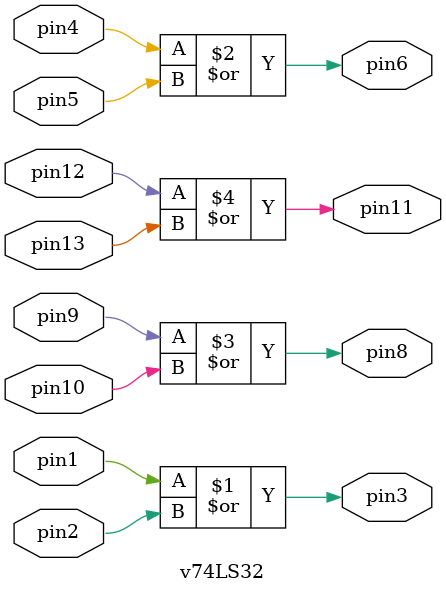
<source format=v>
module Mux2to1(SW, LEDR);
	input [9:0] SW;
	output [9:0] LEDR;
				  
	wire w1, w2, w3;
	
	v74LS04 u1 (.pin1(SW[9]), .pin2(w1));
	v74LS08 u2 (.pin1(SW[0]), .pin2(w1), .pin3(w2), .pin12(SW[9]), .pin13(SW[1]), .pin11(w3));
	v74LS32 u3 (.pin1(w2), .pin2(w3), .pin3(LEDR[0]));
	
endmodule

module v74LS04 (input pin1, pin3, pin5, pin9, pin11, pin13,
					 output pin2, pin4, pin6, pin8, pin10, pin12);
				
	assign pin2  = ! pin1;
	assign pin4  = ! pin3;
	assign pin6  = ! pin5;
	assign pin8  = ! pin9;
	assign pin10 = ! pin11;
	assign pin12 = ! pin13;
	
endmodule

module v74LS08 (input pin1, pin2, pin4, pin5, pin9, pin10, pin12, pin13,
					 output pin3, pin6, pin8, pin11);
				
	assign pin3  = (pin1  & pin2);
	assign pin6  = (pin4  & pin5);
	assign pin8  = (pin9  & pin10);
	assign pin11 = (pin12 & pin13);
	
endmodule

module v74LS32 (input pin1, pin2, pin4, pin5, pin9, pin10, pin12, pin13,
					 output pin3, pin6, pin8, pin11);
				
	assign pin3  = (pin1  | pin2);
	assign pin6  = (pin4  | pin5);
	assign pin8  = (pin9  | pin10);
	assign pin11 = (pin12 | pin13);
	
endmodule

</source>
